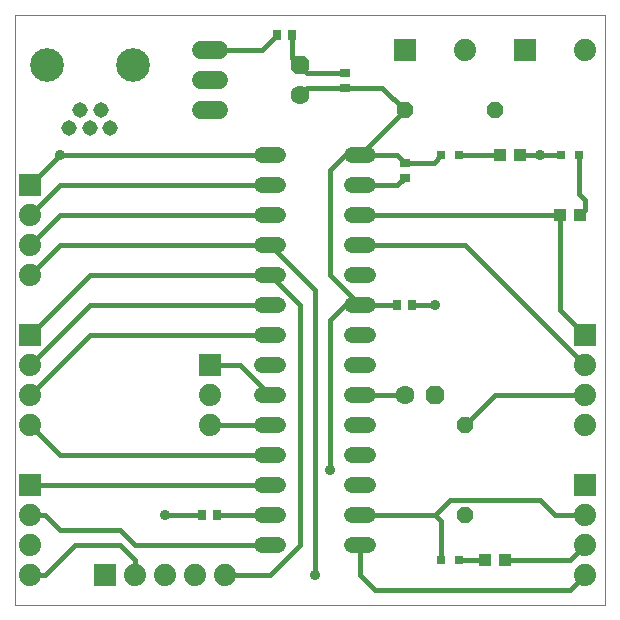
<source format=gtl>
G75*
G70*
%OFA0B0*%
%FSLAX24Y24*%
%IPPOS*%
%LPD*%
%AMOC8*
5,1,8,0,0,1.08239X$1,22.5*
%
%ADD10C,0.0000*%
%ADD11C,0.0520*%
%ADD12R,0.0315X0.0315*%
%ADD13R,0.0394X0.0433*%
%ADD14OC8,0.0520*%
%ADD15C,0.0515*%
%ADD16C,0.1122*%
%ADD17C,0.0600*%
%ADD18R,0.0276X0.0354*%
%ADD19R,0.0354X0.0276*%
%ADD20R,0.0740X0.0740*%
%ADD21C,0.0740*%
%ADD22OC8,0.0630*%
%ADD23C,0.0630*%
%ADD24C,0.0160*%
%ADD25C,0.0356*%
D10*
X000181Y000181D02*
X000181Y019866D01*
X019866Y019866D01*
X019866Y000181D01*
X000181Y000181D01*
D11*
X008421Y002181D02*
X008941Y002181D01*
X008941Y003181D02*
X008421Y003181D01*
X008421Y004181D02*
X008941Y004181D01*
X008941Y005181D02*
X008421Y005181D01*
X008421Y006181D02*
X008941Y006181D01*
X008941Y007181D02*
X008421Y007181D01*
X008421Y008181D02*
X008941Y008181D01*
X008941Y009181D02*
X008421Y009181D01*
X008421Y010181D02*
X008941Y010181D01*
X008941Y011181D02*
X008421Y011181D01*
X008421Y012181D02*
X008941Y012181D01*
X008941Y013181D02*
X008421Y013181D01*
X008421Y014181D02*
X008941Y014181D01*
X008941Y015181D02*
X008421Y015181D01*
X011421Y015181D02*
X011941Y015181D01*
X011941Y014181D02*
X011421Y014181D01*
X011421Y013181D02*
X011941Y013181D01*
X011941Y012181D02*
X011421Y012181D01*
X011421Y011181D02*
X011941Y011181D01*
X011941Y010181D02*
X011421Y010181D01*
X011421Y009181D02*
X011941Y009181D01*
X011941Y008181D02*
X011421Y008181D01*
X011421Y007181D02*
X011941Y007181D01*
X011941Y006181D02*
X011421Y006181D01*
X011421Y005181D02*
X011941Y005181D01*
X011941Y004181D02*
X011421Y004181D01*
X011421Y003181D02*
X011941Y003181D01*
X011941Y002181D02*
X011421Y002181D01*
D12*
X014386Y001681D03*
X014977Y001681D03*
X014977Y015181D03*
X014386Y015181D03*
X018386Y015181D03*
X018977Y015181D03*
D13*
X017016Y015181D03*
X016347Y015181D03*
X018347Y013181D03*
X019016Y013181D03*
X016516Y001681D03*
X015847Y001681D03*
D14*
X015181Y003181D03*
X015181Y006181D03*
X016181Y016681D03*
X013181Y016681D03*
D15*
X003351Y016081D03*
X002681Y016081D03*
X002351Y016701D03*
X001981Y016081D03*
X003041Y016701D03*
D16*
X004118Y018181D03*
X001244Y018181D03*
D17*
X006381Y017681D02*
X006981Y017681D01*
X006981Y016681D02*
X006381Y016681D01*
X006381Y018681D02*
X006981Y018681D01*
D18*
X008926Y019181D03*
X009437Y019181D03*
X012926Y010181D03*
X013437Y010181D03*
X006937Y003181D03*
X006426Y003181D03*
D19*
X013181Y014426D03*
X013181Y014937D03*
X011181Y017426D03*
X011181Y017937D03*
D20*
X013181Y018681D03*
X017181Y018681D03*
X019181Y009181D03*
X019181Y004181D03*
X006681Y008181D03*
X000681Y009181D03*
X000681Y004181D03*
X003181Y001181D03*
X000681Y014181D03*
D21*
X000681Y013181D03*
X000681Y012181D03*
X000681Y011181D03*
X000681Y008181D03*
X000681Y007181D03*
X000681Y006181D03*
X000681Y003181D03*
X000681Y002181D03*
X000681Y001181D03*
X004181Y001181D03*
X005181Y001181D03*
X006181Y001181D03*
X007181Y001181D03*
X006681Y006181D03*
X006681Y007181D03*
X015181Y018681D03*
X019181Y018681D03*
X019181Y008181D03*
X019181Y007181D03*
X019181Y006181D03*
X019181Y003181D03*
X019181Y002181D03*
X019181Y001181D03*
D22*
X014181Y007181D03*
X009681Y018181D03*
D23*
X009681Y017181D03*
X013181Y007181D03*
D24*
X011681Y007181D01*
X010681Y004681D02*
X010681Y009681D01*
X011181Y010181D01*
X011681Y010181D01*
X010681Y011181D01*
X010681Y014681D01*
X011181Y015181D01*
X011681Y015181D01*
X012937Y015181D01*
X013181Y014937D01*
X014142Y014937D01*
X014386Y015181D01*
X014977Y015181D02*
X016347Y015181D01*
X017016Y015181D02*
X017681Y015181D01*
X018386Y015181D01*
X018977Y015181D02*
X018977Y013886D01*
X019181Y013681D01*
X019181Y013347D01*
X019016Y013181D01*
X018347Y013181D02*
X011681Y013181D01*
X011681Y012181D02*
X015181Y012181D01*
X019181Y008181D01*
X019181Y007181D02*
X016181Y007181D01*
X015181Y006181D01*
X014681Y003681D02*
X014181Y003181D01*
X014386Y002977D01*
X014386Y001681D01*
X014977Y001681D02*
X015847Y001681D01*
X016516Y001681D02*
X018681Y001681D01*
X019181Y002181D01*
X019181Y001181D02*
X018681Y000681D01*
X012181Y000681D01*
X011681Y001181D01*
X011681Y002181D01*
X011681Y003181D02*
X014181Y003181D01*
X014681Y003681D02*
X017681Y003681D01*
X018181Y003181D01*
X019181Y003181D01*
X019181Y009181D02*
X018347Y010016D01*
X018347Y013181D01*
X014181Y010181D02*
X013437Y010181D01*
X012926Y010181D02*
X011681Y010181D01*
X010181Y010681D02*
X010181Y001181D01*
X009681Y002181D02*
X009681Y010181D01*
X008681Y011181D01*
X002681Y011181D01*
X000681Y009181D01*
X000681Y008181D02*
X002681Y010181D01*
X008681Y010181D01*
X008681Y009181D02*
X002681Y009181D01*
X000681Y007181D01*
X000681Y006181D02*
X001681Y005181D01*
X008681Y005181D01*
X008681Y004181D02*
X000681Y004181D01*
X000681Y003181D02*
X001181Y003181D01*
X001681Y002681D01*
X003681Y002681D01*
X004181Y002181D01*
X008681Y002181D01*
X008681Y001181D02*
X009681Y002181D01*
X008681Y001181D02*
X007181Y001181D01*
X006937Y003181D02*
X008681Y003181D01*
X006426Y003181D02*
X005181Y003181D01*
X004181Y001681D02*
X004181Y001181D01*
X004181Y001681D02*
X003681Y002181D01*
X002181Y002181D01*
X001181Y001181D01*
X000681Y001181D01*
X006681Y006181D02*
X008681Y006181D01*
X008681Y007181D02*
X007681Y008181D01*
X006681Y008181D01*
X010181Y010681D02*
X008681Y012181D01*
X001681Y012181D01*
X000681Y011181D01*
X000681Y012181D02*
X001681Y013181D01*
X008681Y013181D01*
X008681Y014181D02*
X001681Y014181D01*
X000681Y013181D01*
X000681Y014181D02*
X001681Y015181D01*
X008681Y015181D01*
X009681Y017181D02*
X009926Y017426D01*
X011181Y017426D01*
X012437Y017426D01*
X013181Y016681D01*
X011681Y015181D01*
X011681Y014181D02*
X012937Y014181D01*
X013181Y014426D01*
X011181Y017937D02*
X009926Y017937D01*
X009681Y018181D01*
X009437Y018426D01*
X009437Y019181D01*
X008926Y019181D02*
X008426Y018681D01*
X006681Y018681D01*
D25*
X001681Y015181D03*
X010681Y004681D03*
X010181Y001181D03*
X005181Y003181D03*
X014181Y010181D03*
X017681Y015181D03*
M02*

</source>
